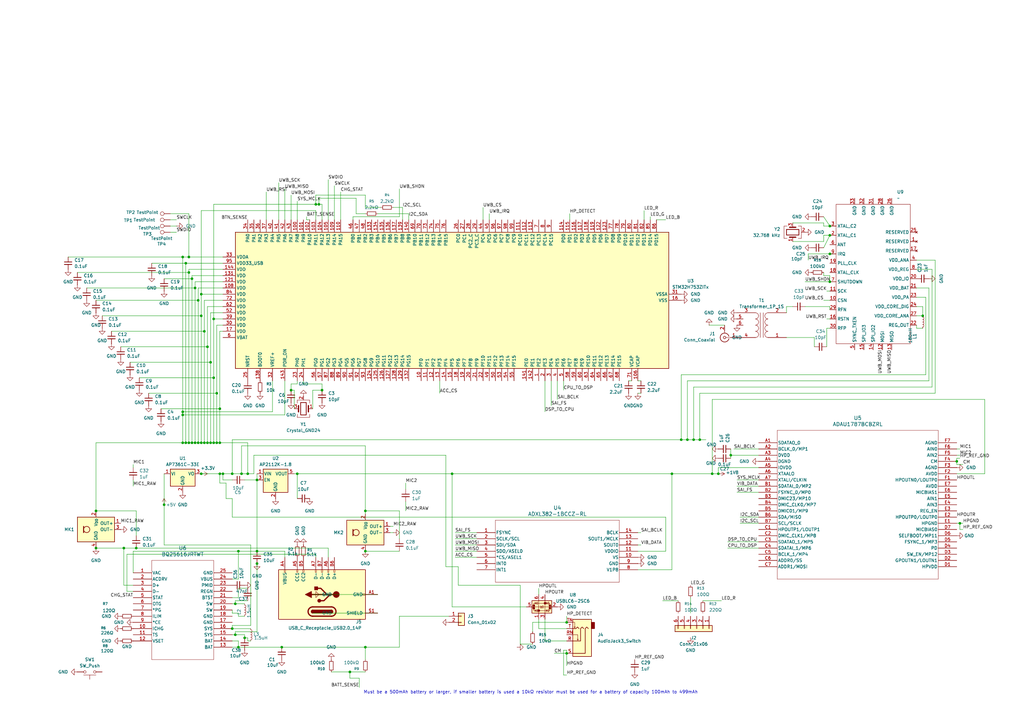
<source format=kicad_sch>
(kicad_sch (version 20250114) (generator "eeschema") (generator_version "9.0")
  (paper "A3")
  (text "Must be a 500mAh battery or larger, if smaller battery is used a 10kΩ resistor must be used for a battery of capacity 100mAh to 499mAh" (at 217.678 283.972 0) (effects (font (size 1.27 1.27))))
  (junction (at 78.74 114.3))
  (junction (at 392.43 189.23))
  (junction (at 55.88 224.79))
  (junction (at 340.36 115.57))
  (junction (at 100.33 261.62))
  (junction (at 149.86 226.06))
  (junction (at 101.6 194.31))
  (junction (at 90.17 181.61))
  (junction (at 82.55 181.61))
  (junction (at 91.44 194.31))
  (junction (at 82.55 194.31))
  (junction (at 83.82 181.61))
  (junction (at 105.41 231.14))
  (junction (at 284.48 180.34))
  (junction (at 74.93 105.41))
  (junction (at 83.82 135.89))
  (junction (at 279.4 180.34))
  (junction (at 378.46 129.54))
  (junction (at 81.28 181.61))
  (junction (at 149.86 265.43))
  (junction (at 105.41 196.85))
  (junction (at 340.36 96.52))
  (junction (at 85.09 142.24))
  (junction (at 77.47 111.76))
  (junction (at 88.9 181.61))
  (junction (at 294.64 194.31))
  (junction (at 275.59 194.31))
  (junction (at 67.31 207.01))
  (junction (at 149.86 209.55))
  (junction (at 74.93 181.61))
  (junction (at 39.37 224.79))
  (junction (at 287.02 180.34))
  (junction (at 393.7 214.63))
  (junction (at 81.28 123.19))
  (junction (at 87.63 154.94))
  (junction (at 87.63 130.81))
  (junction (at 143.51 275.59))
  (junction (at 340.36 92.71))
  (junction (at 105.41 226.06))
  (junction (at 115.57 265.43))
  (junction (at 299.72 186.69))
  (junction (at 99.06 194.31))
  (junction (at 88.9 161.29))
  (junction (at 85.09 181.61))
  (junction (at 97.79 226.06))
  (junction (at 119.38 160.02))
  (junction (at 132.08 160.02))
  (junction (at 80.01 118.11))
  (junction (at 87.63 181.61))
  (junction (at 82.55 129.54))
  (junction (at 78.74 181.61))
  (junction (at 340.36 104.14))
  (junction (at 74.93 170.18))
  (junction (at 97.79 265.43))
  (junction (at 130.81 83.82))
  (junction (at 86.36 148.59))
  (junction (at 281.94 180.34))
  (junction (at 95.25 194.31))
  (junction (at 39.37 209.55))
  (junction (at 185.42 194.31))
  (junction (at 76.2 107.95))
  (junction (at 129.54 83.82))
  (junction (at 90.17 194.31))
  (junction (at 80.01 181.61))
  (junction (at 90.17 167.64))
  (junction (at 77.47 181.61))
  (junction (at 74.93 168.91))
  (junction (at 232.41 267.97))
  (junction (at 86.36 181.61))
  (junction (at 96.52 260.35))
  (junction (at 232.41 255.27))
  (junction (at 77.47 105.41))
  (junction (at 76.2 181.61))
  (junction (at 95.25 257.81))
  (junction (at 96.52 247.65))
  (junction (at 50.8 224.79))
  (junction (at 121.92 194.31))
  (junction (at 292.1 194.31))
  (junction (at 82.55 120.65))
  (wire (pts (xy 163.83 209.55) (xy 149.86 209.55)))
  (wire (pts (xy 337.82 92.71) (xy 340.36 92.71)))
  (wire (pts (xy 124.46 157.48) (xy 132.08 157.48)))
  (wire (pts (xy 261.62 226.06) (xy 273.05 226.06)))
  (wire (pts (xy 186.69 218.44) (xy 195.58 218.44)))
  (wire (pts (xy 182.88 232.41) (xy 182.88 186.69)))
  (wire (pts (xy 105.41 194.31) (xy 105.41 196.85)))
  (wire (pts (xy 223.52 156.21) (xy 223.52 168.91)))
  (wire (pts (xy 279.4 180.34) (xy 281.94 180.34)))
  (wire (pts (xy 52.07 242.57) (xy 54.61 242.57)))
  (wire (pts (xy 99.06 182.88) (xy 149.86 182.88)))
  (wire (pts (xy 105.41 231.14) (xy 105.41 259.08)))
  (wire (pts (xy 85.09 125.73) (xy 85.09 142.24)))
  (wire (pts (xy 154.94 251.46) (xy 128.27 251.46)))
  (wire (pts (xy 121.92 204.47) (xy 121.92 194.31)))
  (wire (pts (xy 392.43 194.31) (xy 403.86 194.31)))
  (wire (pts (xy 262.89 156.21) (xy 261.62 156.21)))
  (wire (pts (xy 83.82 135.89) (xy 83.82 181.61)))
  (wire (pts (xy 382.27 158.75) (xy 382.27 110.49)))
  (wire (pts (xy 91.44 113.03) (xy 78.74 113.03)))
  (wire (pts (xy 57.15 154.94) (xy 87.63 154.94)))
  (wire (pts (xy 147.32 278.13) (xy 143.51 278.13)))
  (wire (pts (xy 382.27 110.49) (xy 375.92 110.49)))
  (wire (pts (xy 163.83 252.73) (xy 163.83 265.43)))
  (wire (pts (xy 394.97 214.63) (xy 393.7 214.63)))
  (wire (pts (xy 339.09 134.62) (xy 340.36 134.62)))
  (wire (pts (xy 149.86 80.01) (xy 129.54 80.01)))
  (wire (pts (xy 116.84 156.21) (xy 116.84 170.18)))
  (wire (pts (xy 52.07 227.33) (xy 52.07 242.57)))
  (wire (pts (xy 392.43 190.5) (xy 392.43 189.23)))
  (wire (pts (xy 223.52 262.89) (xy 223.52 254)))
  (wire (pts (xy 227.33 267.97) (xy 232.41 267.97)))
  (wire (pts (xy 287.02 161.29) (xy 383.54 161.29)))
  (wire (pts (xy 232.41 257.81) (xy 220.98 257.81)))
  (wire (pts (xy 302.26 199.39) (xy 311.15 199.39)))
  (wire (pts (xy 300.99 184.15) (xy 311.15 184.15)))
  (wire (pts (xy 99.06 194.31) (xy 101.6 194.31)))
  (wire (pts (xy 381 118.11) (xy 381 156.21)))
  (wire (pts (xy 91.44 118.11) (xy 81.28 118.11)))
  (wire (pts (xy 109.22 78.74) (xy 109.22 90.17)))
  (wire (pts (xy 81.28 123.19) (xy 81.28 181.61)))
  (wire (pts (xy 129.54 83.82) (xy 130.81 83.82)))
  (wire (pts (xy 95.25 212.09) (xy 95.25 204.47)))
  (wire (pts (xy 337.82 123.19) (xy 340.36 123.19)))
  (wire (pts (xy 82.55 86.36) (xy 129.54 86.36)))
  (wire (pts (xy 330.2 115.57) (xy 340.36 115.57)))
  (wire (pts (xy 100.33 196.85) (xy 105.41 196.85)))
  (wire (pts (xy 281.94 180.34) (xy 284.48 180.34)))
  (wire (pts (xy 163.83 220.98) (xy 163.83 209.55)))
  (wire (pts (xy 101.6 262.89) (xy 102.87 262.89)))
  (wire (pts (xy 121.92 194.31) (xy 185.42 194.31)))
  (wire (pts (xy 91.44 120.65) (xy 82.55 120.65)))
  (wire (pts (xy 39.37 123.19) (xy 81.28 123.19)))
  (wire (pts (xy 69.85 90.17) (xy 72.39 90.17)))
  (wire (pts (xy 298.45 222.25) (xy 311.15 222.25)))
  (wire (pts (xy 81.28 118.11) (xy 81.28 123.19)))
  (wire (pts (xy 82.55 181.61) (xy 83.82 181.61)))
  (wire (pts (xy 341.63 104.14) (xy 340.36 104.14)))
  (wire (pts (xy 96.52 259.08) (xy 96.52 260.35)))
  (wire (pts (xy 394.97 190.5) (xy 392.43 190.5)))
  (wire (pts (xy 273.05 212.09) (xy 95.25 212.09)))
  (wire (pts (xy 165.1 85.09) (xy 161.29 85.09)))
  (wire (pts (xy 80.01 118.11) (xy 80.01 181.61)))
  (wire (pts (xy 165.1 85.09) (xy 165.1 90.17)))
  (wire (pts (xy 330.2 125.73) (xy 340.36 125.73)))
  (wire (pts (xy 232.41 252.73) (xy 232.41 255.27)))
  (wire (pts (xy 77.47 110.49) (xy 77.47 111.76)))
  (wire (pts (xy 180.34 161.29) (xy 180.34 156.21)))
  (wire (pts (xy 86.36 128.27) (xy 86.36 148.59)))
  (wire (pts (xy 91.44 196.85) (xy 95.25 196.85)))
  (wire (pts (xy 232.41 276.86) (xy 231.14 276.86)))
  (wire (pts (xy 337.82 91.44) (xy 337.82 92.71)))
  (wire (pts (xy 266.7 88.9) (xy 266.7 90.17)))
  (wire (pts (xy 121.92 156.21) (xy 121.92 157.48)))
  (wire (pts (xy 60.96 161.29) (xy 88.9 161.29)))
  (wire (pts (xy 378.46 125.73) (xy 378.46 129.54)))
  (wire (pts (xy 337.82 113.03) (xy 340.36 113.03)))
  (wire (pts (xy 337.82 88.9) (xy 340.36 92.71)))
  (wire (pts (xy 337.82 101.6) (xy 340.36 96.52)))
  (wire (pts (xy 298.45 224.79) (xy 311.15 224.79)))
  (wire (pts (xy 233.68 87.63) (xy 233.68 90.17)))
  (wire (pts (xy 100.33 247.65) (xy 96.52 247.65)))
  (wire (pts (xy 128.27 160.02) (xy 132.08 160.02)))
  (wire (pts (xy 403.86 194.31) (xy 403.86 163.83)))
  (wire (pts (xy 161.29 215.9) (xy 160.02 215.9)))
  (wire (pts (xy 69.85 92.71) (xy 72.39 92.71)))
  (wire (pts (xy 95.25 262.89) (xy 97.79 262.89)))
  (wire (pts (xy 228.6 163.83) (xy 228.6 156.21)))
  (wire (pts (xy 292.1 194.31) (xy 294.64 194.31)))
  (wire (pts (xy 101.6 246.38) (xy 96.52 246.38)))
  (wire (pts (xy 90.17 135.89) (xy 90.17 167.64)))
  (wire (pts (xy 275.59 194.31) (xy 292.1 194.31)))
  (wire (pts (xy 149.86 182.88) (xy 149.86 209.55)))
  (wire (pts (xy 81.28 181.61) (xy 82.55 181.61)))
  (wire (pts (xy 105.41 196.85) (xy 105.41 226.06)))
  (wire (pts (xy 149.86 209.55) (xy 149.86 210.82)))
  (wire (pts (xy 83.82 181.61) (xy 85.09 181.61)))
  (wire (pts (xy 102.87 223.52) (xy 102.87 256.54)))
  (wire (pts (xy 87.63 130.81) (xy 87.63 154.94)))
  (wire (pts (xy 80.01 115.57) (xy 80.01 118.11)))
  (wire (pts (xy 85.09 142.24) (xy 85.09 181.61)))
  (wire (pts (xy 54.61 234.95) (xy 54.61 226.06)))
  (wire (pts (xy 87.63 154.94) (xy 87.63 181.61)))
  (wire (pts (xy 322.58 138.43) (xy 334.01 138.43)))
  (wire (pts (xy 257.81 156.21) (xy 259.08 156.21)))
  (wire (pts (xy 262.89 218.44) (xy 261.62 218.44)))
  (wire (pts (xy 322.58 128.27) (xy 322.58 125.73)))
  (wire (pts (xy 213.36 264.16) (xy 213.36 240.03)))
  (wire (pts (xy 105.41 259.08) (xy 96.52 259.08)))
  (wire (pts (xy 149.86 87.63) (xy 146.05 87.63)))
  (wire (pts (xy 111.76 156.21) (xy 111.76 168.91)))
  (wire (pts (xy 340.36 125.73) (xy 340.36 127)))
  (wire (pts (xy 91.44 107.95) (xy 76.2 107.95)))
  (wire (pts (xy 95.25 257.81) (xy 102.87 257.81)))
  (wire (pts (xy 186.69 226.06) (xy 195.58 226.06)))
  (wire (pts (xy 340.36 113.03) (xy 340.36 115.57)))
  (wire (pts (xy 231.14 266.7) (xy 232.41 266.7)))
  (wire (pts (xy 393.7 186.69) (xy 392.43 186.69)))
  (wire (pts (xy 299.72 186.69) (xy 311.15 186.69)))
  (wire (pts (xy 82.55 120.65) (xy 82.55 129.54)))
  (wire (pts (xy 284.48 180.34) (xy 287.02 180.34)))
  (wire (pts (xy 322.58 125.73) (xy 325.12 125.73)))
  (wire (pts (xy 82.55 194.31) (xy 90.17 194.31)))
  (wire (pts (xy 54.61 240.03) (xy 50.8 240.03)))
  (wire (pts (xy 271.78 246.38) (xy 278.13 246.38)))
  (wire (pts (xy 95.25 194.31) (xy 95.25 180.34)))
  (wire (pts (xy 104.14 186.69) (xy 104.14 194.31)))
  (wire (pts (xy 392.43 187.96) (xy 392.43 189.23)))
  (wire (pts (xy 80.01 181.61) (xy 81.28 181.61)))
  (wire (pts (xy 90.17 181.61) (xy 101.6 181.61)))
  (wire (pts (xy 67.31 194.31) (xy 67.31 207.01)))
  (wire (pts (xy 91.44 135.89) (xy 90.17 135.89)))
  (wire (pts (xy 97.79 245.11) (xy 95.25 245.11)))
  (wire (pts (xy 185.42 194.31) (xy 185.42 248.92)))
  (wire (pts (xy 130.81 83.82) (xy 132.08 83.82)))
  (wire (pts (xy 101.6 261.62) (xy 101.6 262.89)))
  (wire (pts (xy 273.05 226.06) (xy 273.05 212.09)))
  (wire (pts (xy 337.82 96.52) (xy 340.36 96.52)))
  (wire (pts (xy 76.2 107.95) (xy 76.2 181.61)))
  (wire (pts (xy 128.27 167.64) (xy 128.27 160.02)))
  (wire (pts (xy 82.55 86.36) (xy 82.55 120.65)))
  (wire (pts (xy 55.88 219.71) (xy 55.88 209.55)))
  (wire (pts (xy 74.93 181.61) (xy 76.2 181.61)))
  (wire (pts (xy 303.53 212.09) (xy 311.15 212.09)))
  (wire (pts (xy 91.44 196.85) (xy 91.44 194.31)))
  (wire (pts (xy 54.61 190.5) (xy 54.61 191.77)))
  (wire (pts (xy 186.69 220.98) (xy 195.58 220.98)))
  (wire (pts (xy 100.33 261.62) (xy 101.6 261.62)))
  (wire (pts (xy 96.52 247.65) (xy 95.25 247.65)))
  (wire (pts (xy 35.56 118.11) (xy 80.01 118.11)))
  (wire (pts (xy 74.93 105.41) (xy 74.93 168.91)))
  (wire (pts (xy 149.86 265.43) (xy 115.57 265.43)))
  (wire (pts (xy 88.9 133.35) (xy 88.9 161.29)))
  (wire (pts (xy 231.14 160.02) (xy 231.14 156.21)))
  (wire (pts (xy 339.09 119.38) (xy 340.36 119.38)))
  (wire (pts (xy 95.25 251.46) (xy 97.79 251.46)))
  (wire (pts (xy 284.48 158.75) (xy 382.27 158.75)))
  (wire (pts (xy 379.73 121.92) (xy 379.73 153.67)))
  (wire (pts (xy 86.36 148.59) (xy 86.36 181.61)))
  (wire (pts (xy 87.63 181.61) (xy 88.9 181.61)))
  (wire (pts (xy 62.23 107.95) (xy 76.2 107.95)))
  (wire (pts (xy 129.54 80.01) (xy 129.54 83.82)))
  (wire (pts (xy 116.84 226.06) (xy 116.84 228.6)))
  (wire (pts (xy 97.79 226.06) (xy 105.41 226.06)))
  (wire (pts (xy 83.82 123.19) (xy 83.82 135.89)))
  (wire (pts (xy 394.97 217.17) (xy 393.7 217.17)))
  (wire (pts (xy 77.47 181.61) (xy 78.74 181.61)))
  (wire (pts (xy 264.16 86.36) (xy 264.16 90.17)))
  (wire (pts (xy 281.94 156.21) (xy 281.94 180.34)))
  (wire (pts (xy 144.78 88.9) (xy 144.78 90.17)))
  (wire (pts (xy 91.44 130.81) (xy 87.63 130.81)))
  (wire (pts (xy 99.06 194.31) (xy 99.06 182.88)))
  (wire (pts (xy 121.92 194.31) (xy 120.65 194.31)))
  (wire (pts (xy 101.6 181.61) (xy 101.6 194.31)))
  (wire (pts (xy 302.26 196.85) (xy 311.15 196.85)))
  (wire (pts (xy 95.25 204.47) (xy 92.71 204.47)))
  (wire (pts (xy 52.07 227.33) (xy 129.54 227.33)))
  (wire (pts (xy 137.16 76.2) (xy 137.16 90.17)))
  (wire (pts (xy 78.74 114.3) (xy 78.74 181.61)))
  (wire (pts (xy 74.93 170.18) (xy 74.93 181.61)))
  (wire (pts (xy 143.51 278.13) (xy 143.51 275.59)))
  (wire (pts (xy 147.32 281.94) (xy 147.32 278.13)))
  (wire (pts (xy 69.85 95.25) (xy 72.39 95.25)))
  (wire (pts (xy 186.69 223.52) (xy 195.58 223.52)))
  (wire (pts (xy 121.92 82.55) (xy 121.92 90.17)))
  (wire (pts (xy 134.62 73.66) (xy 134.62 90.17)))
  (wire (pts (xy 91.44 128.27) (xy 86.36 128.27)))
  (wire (pts (xy 290.83 133.35) (xy 297.18 133.35)))
  (wire (pts (xy 124.46 156.21) (xy 124.46 157.48)))
  (wire (pts (xy 311.15 191.77) (xy 294.64 191.77)))
  (wire (pts (xy 116.84 77.47) (xy 116.84 90.17)))
  (wire (pts (xy 220.98 257.81) (xy 220.98 254)))
  (wire (pts (xy 375.92 134.62) (xy 375.92 133.35)))
  (wire (pts (xy 91.44 194.31) (xy 95.25 194.31)))
  (wire (pts (xy 100.33 260.35) (xy 96.52 260.35)))
  (wire (pts (xy 49.53 142.24) (xy 85.09 142.24)))
  (wire (pts (xy 92.71 204.47) (xy 92.71 198.12)))
  (wire (pts (xy 295.91 246.38) (xy 288.29 246.38)))
  (wire (pts (xy 287.02 180.34) (xy 289.56 180.34)))
  (wire (pts (xy 125.73 90.17) (xy 127 90.17)))
  (wire (pts (xy 95.25 194.31) (xy 99.06 194.31)))
  (wire (pts (xy 101.6 194.31) (xy 104.14 194.31)))
  (wire (pts (xy 55.88 209.55) (xy 39.37 209.55)))
  (wire (pts (xy 45.72 135.89) (xy 83.82 135.89)))
  (wire (pts (xy 161.29 218.44) (xy 160.02 218.44)))
  (wire (pts (xy 92.71 198.12) (xy 90.17 198.12)))
  (wire (pts (xy 187.96 232.41) (xy 182.88 232.41)))
  (wire (pts (xy 97.79 252.73) (xy 97.79 251.46)))
  (wire (pts (xy 393.7 187.96) (xy 392.43 187.96)))
  (wire (pts (xy 200.66 87.63) (xy 200.66 90.17)))
  (wire (pts (xy 67.31 114.3) (xy 78.74 114.3)))
  (wire (pts (xy 115.57 265.43) (xy 97.79 265.43)))
  (wire (pts (xy 100.33 261.62) (xy 100.33 260.35)))
  (wire (pts (xy 383.54 106.68) (xy 375.92 106.68)))
  (wire (pts (xy 287.02 161.29) (xy 287.02 180.34)))
  (wire (pts (xy 125.73 88.9) (xy 125.73 90.17)))
  (wire (pts (xy 132.08 83.82) (xy 132.08 90.17)))
  (wire (pts (xy 55.88 224.79) (xy 134.62 224.79)))
  (wire (pts (xy 403.86 163.83) (xy 292.1 163.83)))
  (wire (pts (xy 149.86 265.43) (xy 149.86 270.51)))
  (wire (pts (xy 167.64 87.63) (xy 167.64 90.17)))
  (wire (pts (xy 96.52 246.38) (xy 96.52 247.65)))
  (wire (pts (xy 299.72 186.69) (xy 299.72 184.15)))
  (wire (pts (xy 139.7 78.74) (xy 139.7 90.17)))
  (wire (pts (xy 339.09 142.24) (xy 339.09 134.62)))
  (wire (pts (xy 393.7 184.15) (xy 392.43 184.15)))
  (wire (pts (xy 187.96 240.03) (xy 187.96 232.41)))
  (wire (pts (xy 154.94 87.63) (xy 167.64 87.63)))
  (wire (pts (xy 129.54 227.33) (xy 129.54 228.6)))
  (wire (pts (xy 102.87 256.54) (xy 95.25 256.54)))
  (wire (pts (xy 50.8 240.03) (xy 50.8 224.79)))
  (wire (pts (xy 284.48 158.75) (xy 284.48 180.34)))
  (wire (pts (xy 66.04 167.64) (xy 90.17 167.64)))
  (wire (pts (xy 90.17 198.12) (xy 90.17 194.31)))
  (wire (pts (xy 182.88 186.69) (xy 104.14 186.69)))
  (wire (pts (xy 88.9 181.61) (xy 90.17 181.61)))
  (wire (pts (xy 218.44 259.08) (xy 218.44 255.27)))
  (wire (pts (xy 232.41 262.89) (xy 223.52 262.89)))
  (wire (pts (xy 91.44 115.57) (xy 80.01 115.57)))
  (wire (pts (xy 292.1 163.83) (xy 292.1 194.31)))
  (wire (pts (xy 78.74 181.61) (xy 80.01 181.61)))
  (wire (pts (xy 375.92 118.11) (xy 381 118.11)))
  (wire (pts (xy 184.15 252.73) (xy 163.83 252.73)))
  (wire (pts (xy 302.26 201.93) (xy 311.15 201.93)))
  (wire (pts (xy 129.54 86.36) (xy 129.54 90.17)))
  (wire (pts (xy 232.41 266.7) (xy 232.41 267.97)))
  (wire (pts (xy 220.98 241.3) (xy 220.98 243.84)))
  (wire (pts (xy 82.55 181.61) (xy 82.55 129.54)))
  (wire (pts (xy 275.59 233.68) (xy 275.59 194.31)))
  (wire (pts (xy 144.78 88.9) (xy 163.83 88.9)))
  (wire (pts (xy 88.9 161.29) (xy 88.9 181.61)))
  (wire (pts (xy 261.62 233.68) (xy 275.59 233.68)))
  (wire (pts (xy 339.09 130.81) (xy 340.36 130.81)))
  (wire (pts (xy 154.94 243.84) (xy 128.27 243.84)))
  (wire (pts (xy 149.86 80.01) (xy 149.86 85.09)))
  (wire (pts (xy 381 156.21) (xy 281.94 156.21)))
  (wire (pts (xy 91.44 133.35) (xy 88.9 133.35)))
  (wire (pts (xy 375.92 129.54) (xy 378.46 129.54)))
  (wire (pts (xy 325.12 99.06) (xy 337.82 99.06)))
  (wire (pts (xy 331.47 106.68) (xy 331.47 104.14)))
  (wire (pts (xy 185.42 194.31) (xy 275.59 194.31)))
  (wire (pts (xy 74.93 168.91) (xy 74.93 170.18)))
  (wire (pts (xy 105.41 226.06) (xy 116.84 226.06)))
  (wire (pts (xy 218.44 264.16) (xy 213.36 264.16)))
  (wire (pts (xy 116.84 170.18) (xy 74.93 170.18)))
  (wire (pts (xy 379.73 153.67) (xy 279.4 153.67)))
  (wire (pts (xy 186.69 228.6) (xy 195.58 228.6)))
  (wire (pts (xy 90.17 167.64) (xy 90.17 181.61)))
  (wire (pts (xy 50.8 224.79) (xy 55.88 224.79)))
  (wire (pts (xy 85.09 181.61) (xy 86.36 181.61)))
  (wire (pts (xy 41.91 129.54) (xy 82.55 129.54)))
  (wire (pts (xy 393.7 217.17) (xy 393.7 214.63)))
  (wire (pts (xy 163.83 265.43) (xy 149.86 265.43)))
  (wire (pts (xy 132.08 157.48) (xy 132.08 160.02)))
  (wire (pts (xy 39.37 181.61) (xy 74.93 181.61)))
  (wire (pts (xy 119.38 157.48) (xy 119.38 160.02)))
  (wire (pts (xy 166.37 198.12) (xy 166.37 200.66)))
  (wire (pts (xy 279.4 153.67) (xy 279.4 180.34)))
  (wire (pts (xy 273.05 90.17) (xy 269.24 90.17)))
  (wire (pts (xy 97.79 241.3) (xy 97.79 245.11)))
  (wire (pts (xy 299.72 187.96) (xy 299.72 186.69)))
  (wire (pts (xy 134.62 224.79) (xy 134.62 228.6)))
  (wire (pts (xy 96.52 260.35) (xy 95.25 260.35)))
  (wire (pts (xy 146.05 81.28) (xy 130.81 81.28)))
  (wire (pts (xy 69.85 87.63) (xy 77.47 87.63)))
  (wire (pts (xy 78.74 113.03) (xy 78.74 114.3)))
  (wire (pts (xy 31.75 111.76) (xy 77.47 111.76)))
  (wire (pts (xy 130.81 81.28) (xy 130.81 83.82)))
  (wire (pts (xy 383.54 106.68) (xy 383.54 161.29)))
  (wire (pts (xy 331.47 104.14) (xy 340.36 104.14)))
  (wire (pts (xy 120.65 167.64) (xy 120.65 160.02)))
  (wire (pts (xy 262.89 223.52) (xy 261.62 223.52)))
  (wire (pts (xy 101.6 241.3) (xy 97.79 241.3)))
  (wire (pts (xy 77.47 105.41) (xy 74.93 105.41)))
  (wire (pts (xy 198.12 85.09) (xy 198.12 90.17)))
  (wire (pts (xy 95.25 256.54) (xy 95.25 257.81)))
  (wire (pts (xy 262.89 161.29) (xy 261.62 161.29)))
  (wire (pts (xy 166.37 209.55) (xy 166.37 205.74)))
  (wire (pts (xy 111.76 168.91) (xy 74.93 168.91)))
  (wire (pts (xy 325.12 91.44) (xy 337.82 91.44)))
  (wire (pts (xy 375.92 125.73) (xy 378.46 125.73)))
  (wire (pts (xy 393.7 214.63) (xy 392.43 214.63)))
  (wire (pts (xy 87.63 83.82) (xy 87.63 130.81)))
  (wire (pts (xy 95.25 250.19) (xy 95.25 251.46)))
  (wire (pts (xy 77.47 111.76) (xy 77.47 181.61)))
  (wire (pts (xy 334.01 138.43) (xy 334.01 142.24)))
  (wire (pts (xy 95.25 180.34) (xy 279.4 180.34)))
  (wire (pts (xy 231.14 276.86) (xy 231.14 266.7)))
  (wire (pts (xy 39.37 209.55) (xy 39.37 181.61)))
  (wire (pts (xy 67.31 207.01) (xy 67.31 223.52)))
  (wire (pts (xy 149.86 275.59) (xy 143.51 275.59)))
  (wire (pts (xy 54.61 199.39) (xy 54.61 196.85)))
  (wire (pts (xy 213.36 240.03) (xy 187.96 240.03)))
  (wire (pts (xy 76.2 181.61) (xy 77.47 181.61)))
  (wire (pts (xy 283.21 245.11) (xy 283.21 251.46)))
  (wire (pts (xy 337.82 99.06) (xy 337.82 96.52)))
  (wire (pts (xy 294.64 191.77) (xy 294.64 194.31)))
  (wire (pts (xy 95.25 237.49) (xy 97.79 237.49)))
  (wire (pts (xy 215.9 248.92) (xy 185.42 248.92)))
  (wire (pts (xy 232.41 273.05) (xy 232.41 267.97)))
  (wire (pts (xy 54.61 226.06) (xy 97.79 226.06)))
  (wire (pts (xy 97.79 226.06) (xy 97.79 237.49)))
  (wire (pts (xy 97.79 262.89) (xy 97.79 265.43)))
  (wire (pts (xy 97.79 265.43) (xy 95.25 265.43)))
  (wire (pts (xy 146.05 87.63) (xy 146.05 81.28)))
  (wire (pts (xy 53.34 148.59) (xy 86.36 148.59)))
  (wire (pts (xy 100.33 252.73) (xy 97.79 252.73)))
  (wire (pts (xy 119.38 80.01) (xy 119.38 90.17)))
  (wire (pts (xy 77.47 87.63) (xy 77.47 105.41)))
  (wire (pts (xy 86.36 181.61) (xy 87.63 181.61)))
  (wire (pts (xy 218.44 255.27) (xy 232.41 255.27)))
  (wire (pts (xy 163.83 226.06) (xy 149.86 226.06)))
  (wire (pts (xy 121.92 157.48) (xy 119.38 157.48)))
  (wire (pts (xy 375.92 121.92) (xy 379.73 121.92)))
  (wire (pts (xy 163.83 77.47) (xy 163.83 88.9)))
  (wire (pts (xy 156.21 85.09) (xy 149.86 85.09)))
  (wire (pts (xy 27.94 105.41) (xy 74.93 105.41)))
  (wire (pts (xy 39.37 224.79) (xy 50.8 224.79)))
  (wire (pts (xy 91.44 125.73) (xy 85.09 125.73)))
  (wire (pts (xy 67.31 223.52) (xy 102.87 223.52)))
  (wire (pts (xy 114.3 74.93) (xy 114.3 90.17)))
  (wire (pts (xy 303.53 214.63) (xy 311.15 214.63)))
  (wire (pts (xy 91.44 110.49) (xy 77.47 110.49)))
  (wire (pts (xy 226.06 166.37) (xy 226.06 156.21)))
  (wire (pts (xy 91.44 105.41) (xy 77.47 105.41)))
  (wire (pts (xy 87.63 83.82) (xy 129.54 83.82)))
  (wire (pts (xy 143.51 275.59) (xy 135.89 275.59)))
  (wire (pts (xy 91.44 123.19) (xy 83.82 123.19)))
  (wire (pts (xy 337.82 111.76) (xy 337.82 113.03)))
  (wire (pts (xy 378.46 134.62) (xy 375.92 134.62)))
  (wire (pts (xy 120.65 160.02) (xy 119.38 160.02)))
  (wire (pts (xy 90.17 194.31) (xy 91.44 194.31)))
  (label "DSP_TO_CPU" (at 223.52 168.91 0))
  (label "HP_REF_GND" (at 260.35 270.51 0))
  (label "UWB_IRQ" (at 200.66 87.63 0))
  (label "HPGND" (at 232.41 273.05 0))
  (label "DSP_TO_CPU" (at 298.45 222.25 0))
  (label "SAI_FS" (at 302.26 201.93 0))
  (label "CPU_TO_DSP" (at 231.14 160.02 0))
  (label "SWCLK" (at 72.39 90.17 0))
  (label "UWB_MOSI" (at 119.38 80.01 0))
  (label "SWDIO" (at 134.62 73.66 0))
  (label "UWB_MISO" (at 116.84 77.47 0))
  (label "CPU_TO_DSP" (at 298.45 224.79 0))
  (label "UWB_CS" (at 198.12 85.09 0))
  (label "SAI_BCLK" (at 228.6 163.83 0))
  (label "UWB_MISO" (at 365.76 143.51 270))
  (label "UWB_MOSI" (at 361.95 143.51 270))
  (label "LED_G" (at 266.7 88.9 0))
  (label "MIC2" (at 393.7 186.69 0))
  (label "UWB_SCK" (at 186.69 220.98 0))
  (label "MIC1_RAW" (at 49.53 214.63 0))
  (label "MIC2_RAW" (at 166.37 209.55 0))
  (label "CHG_STAT" (at 54.61 245.11 180))
  (label "SWCLK" (at 137.16 76.2 0))
  (label "I2C_SDA" (at 167.64 88.9 0))
  (label "SYS_MCLK" (at 121.92 82.55 0))
  (label "SAI_BCLK" (at 300.99 184.15 0))
  (label "BATT_SENSE" (at 125.73 88.9 0))
  (label "UWB_RST" (at 109.22 78.74 0))
  (label "I2C_SDA" (at 303.53 212.09 0))
  (label "" (at 125.7295 194.31 0))
  (label "HPOUTL" (at 220.98 241.3 0))
  (label "MIC2_RAW" (at 161.29 215.9 0))
  (label "HPGND" (at 394.97 214.63 0))
  (label "LED_R" (at 264.16 86.36 0))
  (label "VIB_DATA" (at 302.26 199.39 0))
  (label "CM" (at 227.33 267.97 0))
  (label "HP_DETECT" (at 233.68 87.63 0))
  (label "UWB_MISO" (at 186.69 226.06 0))
  (label "MIC1" (at 393.7 184.15 0))
  (label "LED_G" (at 283.21 240.03 0))
  (label "UWB_CS" (at 337.82 123.19 180))
  (label "UWB_RST" (at 339.09 130.81 180))
  (label "I2C_SCL" (at 303.53 214.63 0))
  (label "MIC1_RAW" (at 54.61 199.39 0))
  (label "UWB_SHDN" (at 163.83 77.47 0))
  (label "LED_B" (at 273.05 90.17 0))
  (label "BATT_SENSE" (at 147.32 281.94 180))
  (label "HP_REF_GND" (at 232.41 276.86 0))
  (label "I2C_SCL" (at 165.1 85.09 0))
  (label "ACC_CS" (at 180.34 161.29 0))
  (label "SYS_MCLK" (at 302.26 196.85 0))
  (label "HP_REF_GND" (at 394.97 217.17 0))
  (label "UWB_MOSI" (at 186.69 223.52 0))
  (label "HP_REF_GND" (at 393.7 187.96 0))
  (label "SWDIO" (at 72.39 95.25 0))
  (label "SAI_BCLK" (at 262.89 218.44 0))
  (label "SAI_FS" (at 186.69 218.44 0))
  (label "HPOUTR" (at 392.43 212.09 0))
  (label "BTN_SENSE" (at 101.6 90.17 180))
  (label "LED_B" (at 271.78 246.38 0))
  (label "ACC_CS" (at 186.69 228.6 0))
  (label "HP_DETECT" (at 232.41 252.73 0))
  (label "CM" (at 394.97 190.5 0))
  (label "HPOUTR" (at 223.52 243.84 0))
  (label "UWB_SCK" (at 114.3 74.93 0))
  (label "LED_R" (at 295.91 246.38 0))
  (label "SAI_FS" (at 226.06 166.37 0))
  (label "UWB_SHDN" (at 330.2 115.57 0))
  (label "VIB_DATA" (at 262.89 223.52 0))
  (label "MIC2" (at 166.37 198.12 0))
  (label "HPOUTL" (at 392.43 196.85 0))
  (label "MIC1" (at 54.61 190.5 0))
  (label "UWB_SCK" (at 339.09 119.38 180))
  (label "UWB_IRQ" (at 331.47 106.68 0))
  (label "CHG_STAT" (at 139.7 78.74 0))
  (symbol (lib_id "power:GND") (at 100.33 240.03 90) (unit 1)
    (property "Reference" "#PWR053" (effects (hide yes)))
    (property "Value" "GND" (at 105.41 240.03 0))
    (property "Description" "Power symbol creates a global label with name \"GND\" , ground" (effects (hide yes)))
  )
  (symbol (lib_id "power:GND") (at 31.75 116.84 0) (unit 1)
    (property "Reference" "#PWR025" (effects (hide yes)))
    (property "Value" "GND" (at 31.75 121.92 0))
    (property "Description" "Power symbol creates a global label with name \"GND\" , ground" (effects (hide yes)))
  )
  (symbol (lib_id "Connector:TestPoint") (at 69.85 92.71 90) (unit 1)
    (property "Reference" "TP3" (at 60.452 96.012 90))
    (property "Value" "TestPoint" (at 61.214 93.472 90))
    (property "Footprint" "TestPoint:TestPoint_Pad_1.0x1.0mm" (effects (hide yes)))
    (property "Description" "test point" (effects (hide yes)))
  )
  (symbol (lib_id "power:GND") (at 45.72 140.97 0) (unit 1)
    (property "Reference" "#PWR021" (effects (hide yes)))
    (property "Value" "GND" (at 45.72 146.05 0))
    (property "Description" "Power symbol creates a global label with name \"GND\" , ground" (effects (hide yes)))
  )
  (symbol (lib_id "Device:R_Small") (at 124.46 226.06 0) (unit 1)
    (property "Reference" "R1" (at 125.984 225.552 0) (effects (font (size 1.016 1.016)) (justify left)))
    (property "Value" "5.1k" (at 125.73 227.33 0) (effects (justify left)))
    (property "Footprint" "Resistor_SMD:R_0402_1005Metric" (effects (hide yes)))
    (property "Description" "Resistor, small symbol" (effects (hide yes)))
  )
  (symbol (lib_id "power:GND") (at 283.21 261.62 0) (unit 1)
    (property "Reference" "#PWR059" (effects (hide yes)))
    (property "Value" "GND" (at 283.21 266.7 0))
    (property "Description" "Power symbol creates a global label with name \"GND\" , ground" (effects (hide yes)))
  )
  (symbol (lib_id "power:GND") (at 294.64 187.96 270) (unit 1)
    (property "Reference" "#PWR046" (effects (hide yes)))
    (property "Value" "GND" (at 293.624 189.992 90) (effects (justify right)))
    (property "Description" "Power symbol creates a global label with name \"GND\" , ground" (effects (hide yes)))
  )
  (symbol (lib_id "power:GND") (at 54.61 255.27 270) (unit 1)
    (property "Reference" "#PWR066" (effects (hide yes)))
    (property "Value" "GND" (at 50.8 255.2699 90) (effects (justify right)))
    (property "Description" "Power symbol creates a global label with name \"GND\" , ground" (effects (hide yes)))
  )
  (symbol (lib_id "power:GND") (at 115.57 270.51 0) (unit 1)
    (property "Reference" "#PWR013" (effects (hide yes)))
    (property "Value" "GND" (at 115.57 275.59 0))
    (property "Description" "Power symbol creates a global label with name \"GND\" , ground" (effects (hide yes)))
  )
  (symbol (lib_id "Connector_Generic:Conn_01x06") (at 285.75 257.81 270) (unit 1)
    (property "Reference" "J2" (at 284.48 261.62 90))
    (property "Value" "Conn_01x06" (at 284.48 264.16 90))
    (property "Description" "Generic connector, single row, 01x06, script generated (kicad-library-utils/schlib/autogen/connector/)" (effects (hide yes)))
  )
  (symbol (lib_id "power:GND") (at 60.96 166.37 0) (unit 1)
    (property "Reference" "#PWR017" (effects (hide yes)))
    (property "Value" "GND" (at 60.96 171.45 0))
    (property "Description" "Power symbol creates a global label with name \"GND\" , ground" (effects (hide yes)))
  )
  (symbol (lib_id "Device:C_Small") (at 163.83 223.52 0) (unit 1)
    (property "Reference" "C28" (at 166.37 222.2562 0) (effects (justify left)))
    (property "Value" "0.1uF" (at 166.37 224.7962 0) (effects (justify left)))
    (property "Footprint" "Capacitor_SMD:C_0402_1005Metric" (effects (hide yes)))
    (property "Description" "Unpolarized capacitor, small symbol" (effects (hide yes)))
  )
  (symbol (lib_id "Device:R_Small") (at 152.4 87.63 90) (unit 1)
    (property "Reference" "R5" (at 152.4 82.55 90) (effects (font (size 1.016 1.016))))
    (property "Value" "2.2kΩ" (at 152.4 85.09 90))
    (property "Footprint" "Resistor_SMD:R_0402_1005Metric" (effects (hide yes)))
    (property "Description" "Resistor, small symbol" (effects (hide yes)))
  )
  (symbol (lib_id "Device:C_Small") (at 132.08 162.56 0) (unit 1)
    (property "Reference" "C3" (at 134.62 161.2962 0) (effects (justify left)))
    (property "Value" "10pF" (at 134.62 163.8362 0) (effects (justify left)))
    (property "Footprint" "Capacitor_SMD:C_0402_1005Metric" (effects (hide yes)))
    (property "Description" "Unpolarized capacitor, small symbol" (effects (hide yes)))
  )
  (symbol (lib_id "power:GND") (at 106.68 161.29 0) (unit 1)
    (property "Reference" "#PWR015" (effects (hide yes)))
    (property "Value" "GND" (at 106.68 166.37 0))
    (property "Description" "Power symbol creates a global label with name \"GND\" , ground" (effects (hide yes)))
  )
  (symbol (lib_id "Device:C_Small") (at 41.91 132.08 0) (unit 1)
    (property "Reference" "C13" (at 44.45 130.8162 0) (effects (justify left)))
    (property "Value" "0.1uF" (at 44.45 133.3562 0) (effects (justify left)))
    (property "Footprint" "Capacitor_SMD:C_0402_1005Metric" (effects (hide yes)))
    (property "Description" "Unpolarized capacitor, small symbol" (effects (hide yes)))
  )
  (symbol (lib_id "power:GND") (at 39.37 128.27 0) (unit 1)
    (property "Reference" "#PWR023" (effects (hide yes)))
    (property "Value" "GND" (at 39.37 133.35 0))
    (property "Description" "Power symbol creates a global label with name \"GND\" , ground" (effects (hide yes)))
  )
  (symbol (lib_id "Device:C_Small") (at 97.79 196.85 270) (unit 1)
    (property "Reference" "C5" (at 97.536 201.93 90))
    (property "Value" "10uF" (at 97.79 200.152 90))
    (property "Footprint" "Capacitor_SMD:C_0402_1005Metric" (effects (hide yes)))
    (property "Description" "Unpolarized capacitor, small symbol" (effects (hide yes)))
  )
  (symbol (lib_id "power:GND") (at 128.27 251.46 90) (unit 1)
    (property "Reference" "#PWR03" (effects (hide yes)))
    (property "Value" "GND" (at 132.08 251.4599 90) (effects (justify right)))
    (property "Description" "Power symbol creates a global label with name \"GND\" , ground" (effects (hide yes)))
  )
  (symbol (lib_id "Device:R_Small") (at 135.89 273.05 180) (unit 1)
    (property "Reference" "R10" (at 133.35 274.3201 0) (effects (font (size 1.016 1.016)) (justify left)))
    (property "Value" "100kΩ" (at 133.35 271.7801 0) (effects (justify left)))
    (property "Footprint" "Resistor_SMD:R_0402_1005Metric" (effects (hide yes)))
    (property "Description" "Resistor, small symbol" (effects (hide yes)))
  )
  (symbol (lib_id "power:GND") (at 332.74 88.9 270) (unit 1)
    (property "Reference" "#PWR043" (effects (hide yes)))
    (property "Value" "GND" (at 328.93 88.8999 90) (effects (justify right)))
    (property "Description" "Power symbol creates a global label with name \"GND\" , ground" (effects (hide yes)))
  )
  (symbol (lib_id "Connector:TestPoint") (at 69.85 87.63 90) (unit 1)
    (property "Reference" "TP1" (at 52.578 90.424 90))
    (property "Value" "TestPoint" (at 60.452 87.122 90))
    (property "Footprint" "TestPoint:TestPoint_Pad_1.0x1.0mm" (effects (hide yes)))
    (property "Description" "test point" (effects (hide yes)))
  )
  (symbol (lib_id "Device:C_Small") (at 55.88 222.25 0) (unit 1)
    (property "Reference" "C31" (at 58.42 220.9862 0) (effects (justify left)))
    (property "Value" "0.1uF" (at 58.42 223.5262 0) (effects (justify left)))
    (property "Footprint" "Capacitor_SMD:C_0402_1005Metric" (effects (hide yes)))
    (property "Description" "Unpolarized capacitor, small symbol" (effects (hide yes)))
  )
  (symbol (lib_id "power:GND") (at 124.46 162.56 180) (unit 1)
    (property "Reference" "#PWR048" (effects (hide yes)))
    (property "Value" "GND" (at 124.46 157.48 0))
    (property "Description" "Power symbol creates a global label with name \"GND\" , ground" (effects (hide yes)))
  )
  (symbol (lib_id "Power_Protection:USBLC6-2SC6") (at 220.98 248.92 90) (unit 1)
    (property "Reference" "U8" (at 234.95 243.9668 90))
    (property "Value" "USBLC6-2SC6" (at 234.95 246.5068 90))
    (property "Footprint" "Package_TO_SOT_SMD:SOT-23-6" (effects (hide yes)))
    (property "Datasheet" "https://www.st.com/resource/en/datasheet/usblc6-2.pdf" (effects (hide yes)))
    (property "Description" "Very low capacitance ESD protection diode, 2 data-line, SOT-23-6" (effects (hide yes)))
  )
  (symbol (lib_id "Device:Crystal_GND24") (at 325.12 95.25 90) (unit 1)
    (property "Reference" "Y2" (at 320.04 93.9799 90) (effects (justify left)))
    (property "Value" "32.768 kHz" (at 320.04 96.5199 90) (effects (justify left)))
    (property "Footprint" "Crystal:Crystal_SMD_3225-4Pin_3.2x2.5mm" (effects (hide yes)))
    (property "Description" "Four pin crystal, GND on pins 2 and 4" (effects (hide yes)))
    (property private "KLC_S3.3" "The rectangle is not a symbol body but a graphical element" (effects (hide yes)))
    (property private "KLC_S4.1" "Some pins are on 50mil grid to make the symbol small" (effects (hide yes)))
  )
  (symbol (lib_id "power:GND") (at 261.62 161.29 0) (unit 1)
    (property "Reference" "#PWR031" (effects (hide yes)))
    (property "Value" "GND" (at 261.62 166.37 0))
    (property "Description" "Power symbol creates a global label with name \"GND\" , ground" (effects (hide yes)))
  )
  (symbol (lib_id "Device:C_Small") (at 97.79 240.03 90) (unit 1)
    (property "Reference" "C36" (at 96.5262 237.49 0) (effects (justify left)))
    (property "Value" "10uF" (at 99.0662 237.49 0) (effects (justify left)))
    (property "Footprint" "Capacitor_SMD:C_0402_1005Metric" (effects (hide yes)))
    (property "Description" "Unpolarized capacitor, small symbol" (effects (hide yes)))
  )
  (symbol (lib_id "power:GND") (at 257.81 161.29 0) (unit 1)
    (property "Reference" "#PWR030" (effects (hide yes)))
    (property "Value" "GND" (at 257.81 166.37 0))
    (property "Description" "Power symbol creates a global label with name \"GND\" , ground" (effects (hide yes)))
  )
  (symbol (lib_id "power:GND") (at 311.15 189.23 270) (unit 1)
    (property "Reference" "#PWR037" (effects (hide yes)))
    (property "Value" "GND" (at 307.34 189.2299 90) (effects (justify right)))
    (property "Description" "Power symbol creates a global label with name \"GND\" , ground" (effects (hide yes)))
  )
  (symbol (lib_id "power:GND") (at 119.38 165.1 0) (unit 1)
    (property "Reference" "#PWR033" (effects (hide yes)))
    (property "Value" "GND" (at 119.38 170.18 0))
    (property "Description" "Power symbol creates a global label with name \"GND\" , ground" (effects (hide yes)))
  )
  (symbol (lib_id "power:GND") (at 121.92 223.52 180) (unit 1)
    (property "Reference" "#PWR01" (effects (hide yes)))
    (property "Value" "GND" (at 121.9199 219.71 90) (effects (justify right)))
    (property "Description" "Power symbol creates a global label with name \"GND\" , ground" (effects (hide yes)))
  )
  (symbol (lib_id "Device:L_Small") (at 102.87 260.35 0) (unit 1)
    (property "Reference" "L3" (at 103.886 260.096 0) (effects (justify left)))
    (property "Value" "1.5uH" (at 104.14 261.6199 0) (effects (justify left)))
    (property "Footprint" "Inductor_SMD:L_0603_1608Metric" (effects (hide yes)))
    (property "Description" "Inductor, small symbol" (effects (hide yes)))
  )
  (symbol (lib_id "Device:C_Small") (at 115.57 267.97 180) (unit 1)
    (property "Reference" "C1" (at 110.236 270.51 0) (effects (justify right)))
    (property "Value" "10uF" (at 109.474 272.796 0) (effects (justify right)))
    (property "Description" "Unpolarized capacitor, small symbol" (effects (hide yes)))
  )
  (symbol (lib_id "Device:R_Small") (at 158.75 85.09 90) (unit 1)
    (property "Reference" "R4" (at 158.75 80.01 90) (effects (font (size 1.016 1.016))))
    (property "Value" "2.2kΩ" (at 158.75 82.55 90))
    (property "Footprint" "Resistor_SMD:R_0402_1005Metric" (effects (hide yes)))
    (property "Description" "Resistor, small symbol" (effects (hide yes)))
  )
  (symbol (lib_id "Device:C_Small") (at 27.94 107.95 0) (unit 1)
    (property "Reference" "C17" (at 30.48 106.6862 0) (effects (justify left)))
    (property "Value" "0.1uF" (at 30.48 109.2262 0) (effects (justify left)))
    (property "Footprint" "Capacitor_SMD:C_0402_1005Metric" (effects (hide yes)))
    (property "Description" "Unpolarized capacitor, small symbol" (effects (hide yes)))
  )
  (symbol (lib_id "power:GND") (at 260.35 275.59 0) (unit 1)
    (property "Reference" "#PWR039" (effects (hide yes)))
    (property "Value" "GND" (at 260.35 280.67 0))
    (property "Description" "Power symbol creates a global label with name \"GND\" , ground" (effects (hide yes)))
  )
  (symbol (lib_id "Device:L_Small") (at 100.33 250.19 0) (unit 1)
    (property "Reference" "L2" (at 98.044 252.222 90) (effects (justify left)))
    (property "Value" "1.5uH" (at 102.108 253.492 90) (effects (justify left)))
    (property "Footprint" "Inductor_SMD:L_0603_1608Metric" (effects (hide yes)))
    (property "Description" "Inductor, small symbol" (effects (hide yes)))
  )
  (symbol (lib_id "power:GND") (at 100.33 266.7 0) (unit 1)
    (property "Reference" "#PWR055" (effects (hide yes)))
    (property "Value" "GND" (at 100.33 271.78 0))
    (property "Description" "Power symbol creates a global label with name \"GND\" , ground" (effects (hide yes)))
  )
  (symbol (lib_id "Device:C_Small") (at 335.28 101.6 90) (unit 1)
    (property "Reference" "C25" (at 328.422 104.14 90))
    (property "Value" "10pF" (at 326.898 106.172 90))
    (property "Footprint" "Capacitor_SMD:C_0402_1005Metric" (effects (hide yes)))
    (property "Description" "Unpolarized capacitor, small symbol" (effects (hide yes)))
  )
  (symbol (lib_id "power:GND") (at 184.15 255.27 270) (unit 1)
    (property "Reference" "#PWR054" (effects (hide yes)))
    (property "Value" "GND" (effects (hide yes)))
    (property "Description" "Power symbol creates a global label with name \"GND\" , ground" (effects (hide yes)))
  )
  (symbol (lib_id "power:GND") (at 332.74 111.76 270) (unit 1)
    (property "Reference" "#PWR041" (effects (hide yes)))
    (property "Value" "GND" (at 328.93 111.7599 90) (effects (justify right)))
    (property "Description" "Power symbol creates a global label with name \"GND\" , ground" (effects (hide yes)))
  )
  (symbol (lib_id "Device:Transformer_1P_1S") (at 312.42 133.35 180) (unit 1)
    (property "Reference" "T1" (at 312.4073 123.19 0))
    (property "Value" "Transformer_1P_1S" (at 312.4073 125.73 0))
    (property "Footprint" "RF_Converter:Balun_Johanson_1.6x0.8mm" (effects (hide yes)))
    (property "Description" "Transformer, single primary, single secondary" (effects (hide yes)))
  )
  (symbol (lib_id "power:GND") (at 161.29 218.44 90) (unit 1)
    (property "Reference" "#PWR049" (effects (hide yes)))
    (property "Value" "GND" (at 165.1 218.4399 90) (effects (justify right)))
    (property "Description" "Power symbol creates a global label with name \"GND\" , ground" (effects (hide yes)))
  )
  (symbol (lib_id "Device:C_Small") (at 336.55 142.24 270) (unit 1)
    (property "Reference" "C34" (at 336.5436 135.89 90))
    (property "Value" "10pF" (at 336.5436 138.43 90))
    (property "Footprint" "Capacitor_SMD:C_0402_1005Metric" (effects (hide yes)))
    (property "Description" "Unpolarized capacitor, small symbol" (effects (hide yes)))
  )
  (symbol (lib_id "ADXL382:ADXL382-1BCCZ-RL") (at 195.58 218.44 0) (unit 1)
    (property "Reference" "U4" (at 228.6 208.28 0) (effects (font (size 1.524 1.524))))
    (property "Value" "ADXL382-1BCCZ-RL" (at 228.6 210.82 0) (effects (font (size 1.524 1.524))))
    (property "Footprint" "ANC_Parts:ADXL382_Ultralib" (effects (hide yes)))
    (property "Datasheet" "ADXL382-1BCCZ-RL" (effects (hide yes)))
  )
  (symbol (lib_id "power:GND") (at 49.53 257.81 270) (unit 1)
    (property "Reference" "#PWR065" (effects (hide yes)))
    (property "Value" "GND" (at 54.102 265.1759 90) (effects (justify right)))
    (property "Description" "Power symbol creates a global label with name \"GND\" , ground" (effects (hide yes)))
  )
  (symbol (lib_id "power:GND") (at 135.89 270.51 180) (unit 1)
    (property "Reference" "#PWR056" (effects (hide yes)))
    (property "Value" "GND" (at 135.89 265.43 0))
    (property "Description" "Power symbol creates a global label with name \"GND\" , ground" (effects (hide yes)))
  )
  (symbol (lib_id "Connector_Generic:Conn_01x02") (at 189.23 252.73 0) (unit 1)
    (property "Reference" "J3" (at 191.77 252.7299 0) (effects (justify left)))
    (property "Value" "Conn_01x02" (at 191.77 255.2699 0) (effects (justify left)))
    (property "Footprint" "Connector_PinHeader_2.00mm:PinHeader_1x02_P2.00mm_Vertical" (effects (hide yes)))
    (property "Description" "Generic connector, single row, 01x02, script generated (kicad-library-utils/schlib/autogen/connector/)" (effects (hide yes)))
  )
  (symbol (lib_id "Device:R_Small") (at 278.13 248.92 180) (unit 1)
    (property "Reference" "R14" (at 280.67 247.6499 0) (effects (font (size 1.016 1.016)) (justify right)))
    (property "Value" "100Ω" (at 280.67 250.1899 0) (effects (justify right)))
    (property "Footprint" "Resistor_SMD:R_0402_1005Metric" (effects (hide yes)))
    (property "Description" "Resistor, small symbol" (effects (hide yes)))
  )
  (symbol (lib_id "power:GND") (at 41.91 134.62 0) (unit 1)
    (property "Reference" "#PWR022" (effects (hide yes)))
    (property "Value" "GND" (at 41.91 139.7 0))
    (property "Description" "Power symbol creates a global label with name \"GND\" , ground" (effects (hide yes)))
  )
  (symbol (lib_id "Device:C_Small") (at 60.96 163.83 0) (unit 1)
    (property "Reference" "C8" (at 63.5 162.5662 0) (effects (justify left)))
    (property "Value" "0.1uF" (at 63.5 165.1062 0) (effects (justify left)))
    (property "Footprint" "Capacitor_SMD:C_0402_1005Metric" (effects (hide yes)))
    (property "Description" "Unpolarized capacitor, small symbol" (effects (hide yes)))
  )
  (symbol (lib_id "Device:C_Small") (at 31.75 114.3 0) (unit 1)
    (property "Reference" "C16" (at 34.29 113.0362 0) (effects (justify left)))
    (property "Value" "0.1uF" (at 34.29 115.5762 0) (effects (justify left)))
    (property "Footprint" "Capacitor_SMD:C_0402_1005Metric" (effects (hide yes)))
    (property "Description" "Unpolarized capacitor, small symbol" (effects (hide yes)))
  )
  (symbol (lib_id "Device:C_Small") (at 262.89 158.75 0) (unit 1)
    (property "Reference" "C22" (at 265.43 157.4862 0) (effects (justify left)))
    (property "Value" "2.2uF" (at 265.43 160.0262 0) (effects (justify left)))
    (property "Footprint" "Capacitor_SMD:C_0402_1005Metric" (effects (hide yes)))
    (property "Description" "Unpolarized capacitor, small symbol" (effects (hide yes)))
  )
  (symbol (lib_id "power:GND") (at 113.03 204.47 0) (unit 1)
    (property "Reference" "#PWR07" (effects (hide yes)))
    (property "Value" "GND" (at 113.03 209.55 0))
    (property "Description" "Power symbol creates a global label with name \"GND\" , ground" (effects (hide yes)))
  )
  (symbol (lib_id "Device:R_Small") (at 106.68 158.75 0) (unit 1)
    (property "Reference" "R3" (at 109.22 157.4799 0) (effects (font (size 1.016 1.016)) (justify left)))
    (property "Value" "10k" (at 109.22 160.0199 0) (effects (justify left)))
    (property "Footprint" "Resistor_SMD:R_0402_1005Metric" (effects (hide yes)))
    (property "Description" "Resistor, small symbol" (effects (hide yes)))
  )
  (symbol (lib_id "power:GND") (at 290.83 133.35 180) (unit 1)
    (property "Reference" "#PWR061" (effects (hide yes)))
    (property "Value" "GND" (at 290.83 128.27 0))
    (property "Description" "Power symbol creates a global label with name \"GND\" , ground" (effects (hide yes)))
  )
  (symbol (lib_id "power:GND") (at 72.39 92.71 90) (unit 1)
    (property "Reference" "#PWR035" (effects (hide yes)))
    (property "Value" "GND" (at 76.2 92.7099 90) (effects (justify right)))
    (property "Description" "Power symbol creates a global label with name \"GND\" , ground" (effects (hide yes)))
  )
  (symbol (lib_id "power:GND") (at 74.93 201.93 0) (unit 1)
    (property "Reference" "#PWR06" (effects (hide yes)))
    (property "Value" "GND" (at 74.93 207.01 0))
    (property "Description" "Power symbol creates a global label with name \"GND\" , ground" (effects (hide yes)))
  )
  (symbol (lib_id "power:+1V8") (at 294.64 194.31 270) (unit 1)
    (property "Reference" "#PWR08" (effects (hide yes)))
    (property "Value" "+1V8" (at 297.688 193.802 90) (effects (justify left)))
    (property "Description" "Power symbol creates a global label with name \"+1V8\"" (effects (hide yes)))
  )
  (symbol (lib_id "Device:C_Small") (at 66.04 170.18 0) (unit 1)
    (property "Reference" "C4" (at 68.58 168.9162 0) (effects (justify left)))
    (property "Value" "0.1uF" (at 68.58 171.4562 0) (effects (justify left)))
    (property "Footprint" "Capacitor_SMD:C_0402_1005Metric" (effects (hide yes)))
    (property "Description" "Unpolarized capacitor, small symbol" (effects (hide yes)))
  )
  (symbol (lib_id "power:GND") (at 332.74 101.6 270) (unit 1)
    (property "Reference" "#PWR044" (effects (hide yes)))
    (property "Value" "GND" (at 328.93 101.5999 90) (effects (justify right)))
    (property "Description" "Power symbol creates a global label with name \"GND\" , ground" (effects (hide yes)))
  )
  (symbol (lib_id "Connector:TestPoint") (at 69.85 90.17 90) (unit 1)
    (property "Reference" "TP2" (at 53.594 87.122 90))
    (property "Value" "TestPoint" (at 59.182 90.17 90))
    (property "Footprint" "TestPoint:TestPoint_Pad_1.0x1.0mm" (effects (hide yes)))
    (property "Description" "test point" (effects (hide yes)))
  )
  (symbol (lib_id "Device:R_Small") (at 218.44 261.62 0) (unit 1)
    (property "Reference" "R15" (at 220.98 260.3499 0) (effects (font (size 1.016 1.016)) (justify left)))
    (property "Value" "10kΩ" (at 220.98 262.8899 0) (effects (justify left)))
    (property "Footprint" "Resistor_SMD:R_0402_1005Metric" (effects (hide yes)))
    (property "Description" "Resistor, small symbol" (effects (hide yes)))
  )
  (symbol (lib_id "power:GND") (at 35.56 123.19 0) (unit 1)
    (property "Reference" "#PWR024" (effects (hide yes)))
    (property "Value" "GND" (at 35.56 128.27 0))
    (property "Description" "Power symbol creates a global label with name \"GND\" , ground" (effects (hide yes)))
  )
  (symbol (lib_id "power:GND") (at 302.26 128.27 270) (unit 1)
    (property "Reference" "#PWR060" (effects (hide yes)))
    (property "Value" "GND" (at 298.45 128.2699 90) (effects (justify right)))
    (property "Description" "Power symbol creates a global label with name \"GND\" , ground" (effects (hide yes)))
  )
  (symbol (lib_id "Device:C_Small") (at 166.37 203.2 0) (unit 1)
    (property "Reference" "C30" (at 168.91 201.9362 0) (effects (justify left)))
    (property "Value" "1uF" (at 168.91 204.4762 0) (effects (justify left)))
    (property "Footprint" "Capacitor_SMD:C_0402_1005Metric" (effects (hide yes)))
    (property "Description" "Unpolarized capacitor, small symbol" (effects (hide yes)))
  )
  (symbol (lib_id "MCU_ST_STM32H7:STM32H753ZITx") (at 185.42 123.19 90) (unit 1)
    (property "Reference" "U3" (at 283.21 115.2046 90))
    (property "Value" "STM32H753ZITx" (at 283.21 117.7446 90))
    (property "Footprint" "Package_QFP:LQFP-144_20x20mm_P0.5mm" (effects (hide yes)))
    (property "Datasheet" "https://www.st.com/resource/en/datasheet/stm32h753zi.pdf" (effects (hide yes)))
    (property "Description" "STMicroelectronics Arm Cortex-M7 MCU, 2048KB flash, 1024KB RAM, 480 MHz, 1.62-3.6V, 114 GPIO, LQFP144" (effects (hide yes)))
  )
  (symbol (lib_id "Device:C_Small") (at 53.34 151.13 0) (unit 1)
    (property "Reference" "C10" (at 55.88 149.8662 0) (effects (justify left)))
    (property "Value" "0.1uF" (at 55.88 152.4062 0) (effects (justify left)))
    (property "Footprint" "Capacitor_SMD:C_0402_1005Metric" (effects (hide yes)))
    (property "Description" "Unpolarized capacitor, small symbol" (effects (hide yes)))
  )
  (symbol (lib_id "power:GND") (at 302.26 133.35 0) (unit 1)
    (property "Reference" "#PWR063" (effects (hide yes)))
    (property "Value" "GND" (at 302.26 138.43 0))
    (property "Description" "Power symbol creates a global label with name \"GND\" , ground" (effects (hide yes)))
  )
  (symbol (lib_id "power:GND") (at 124.46 223.52 180) (unit 1)
    (property "Reference" "#PWR02" (effects (hide yes)))
    (property "Value" "GND" (at 124.4599 219.71 90) (effects (justify right)))
    (property "Description" "Power symbol creates a global label with name \"GND\" , ground" (effects (hide yes)))
  )
  (symbol (lib_id "Device:C_Small") (at 297.18 184.15 270) (mirror x) (unit 1)
    (property "Reference" "C26" (at 298.4438 181.61 0) (effects (justify left)))
    (property "Value" "1uF" (at 295.9038 181.61 0) (effects (justify left)))
    (property "Footprint" "Capacitor_SMD:C_0402_1005Metric" (effects (hide yes)))
    (property "Description" "Unpolarized capacitor, small symbol" (effects (hide yes)))
  )
  (symbol (lib_id "Device:C_Small") (at 39.37 125.73 0) (unit 1)
    (property "Reference" "C14" (at 41.91 124.4662 0) (effects (justify left)))
    (property "Value" "0.1uF" (at 41.91 127.0062 0) (effects (justify left)))
    (property "Footprint" "Capacitor_SMD:C_0402_1005Metric" (effects (hide yes)))
    (property "Description" "Unpolarized capacitor, small symbol" (effects (hide yes)))
  )
  (symbol (lib_id "Device:C_Small") (at 100.33 264.16 180) (unit 1)
    (property "Reference" "C38" (at 94.996 266.7 0) (effects (justify right)))
    (property "Value" "10uF" (at 94.234 268.986 0) (effects (justify right)))
    (property "Footprint" "Capacitor_SMD:C_0402_1005Metric" (effects (hide yes)))
    (property "Description" "Unpolarized capacitor, small symbol" (effects (hide yes)))
  )
  (symbol (lib_id "power:GND") (at 49.53 147.32 0) (unit 1)
    (property "Reference" "#PWR020" (effects (hide yes)))
    (property "Value" "GND" (at 49.53 152.4 0))
    (property "Description" "Power symbol creates a global label with name \"GND\" , ground" (effects (hide yes)))
  )
  (symbol (lib_id "power:GND") (at 261.62 228.6 90) (unit 1)
    (property "Reference" "#PWR047" (effects (hide yes)))
    (property "Value" "GND" (at 265.43 228.5999 90) (effects (justify right)))
    (property "Description" "Power symbol creates a global label with name \"GND\" , ground" (effects (hide yes)))
  )
  (symbol (lib_id "power:GND") (at 279.4 120.65 90) (unit 1)
    (property "Reference" "#PWR011" (effects (hide yes)))
    (property "Value" "GND" (at 283.21 120.6499 90) (effects (justify right)))
    (property "Description" "Power symbol creates a global label with name \"GND\" , ground" (effects (hide yes)))
  )
  (symbol (lib_id "power:GND") (at 49.53 217.17 90) (unit 1)
    (property "Reference" "#PWR050" (effects (hide yes)))
    (property "Value" "GND" (at 53.34 217.1699 90) (effects (justify right)))
    (property "Description" "Power symbol creates a global label with name \"GND\" , ground" (effects (hide yes)))
  )
  (symbol (lib_id "power:GND") (at 105.41 231.14 0) (unit 1)
    (property "Reference" "#PWR051" (effects (hide yes)))
    (property "Value" "GND" (at 105.41 236.22 0))
    (property "Description" "Power symbol creates a global label with name \"GND\" , ground" (effects (hide yes)))
  )
  (symbol (lib_id "power:GND") (at 57.15 160.02 0) (unit 1)
    (property "Reference" "#PWR018" (effects (hide yes)))
    (property "Value" "GND" (at 57.15 165.1 0))
    (property "Description" "Power symbol creates a global label with name \"GND\" , ground" (effects (hide yes)))
  )
  (symbol (lib_id "Regulator_Linear:AP2112K-1.8") (at 113.03 196.85 0) (unit 1)
    (property "Reference" "U2" (at 113.03 187.96 0))
    (property "Value" "AP2112K-1.8" (at 113.03 190.5 0))
    (property "Footprint" "Package_TO_SOT_SMD:SOT-23-5" (effects (hide yes)))
    (property "Datasheet" "https://www.diodes.com/assets/Datasheets/AP2112.pdf" (effects (hide yes)))
    (property "Description" "600mA low dropout linear regulator, with enable pin, 2.5V-6V input voltage range, 1.8V fixed positive output, SOT-23-5" (effects (hide yes)))
  )
  (symbol (lib_id "Device:C_Small") (at 327.66 125.73 90) (unit 1)
    (property "Reference" "C33" (at 327.6663 119.38 90))
    (property "Value" "10pF" (at 327.6663 121.92 90))
    (property "Footprint" "Capacitor_SMD:C_0402_1005Metric" (effects (hide yes)))
    (property "Description" "Unpolarized capacitor, small symbol" (effects (hide yes)))
  )
  (symbol (lib_id "power:GND") (at 149.86 226.06 0) (unit 1)
    (property "Reference" "#PWR034" (effects (hide yes)))
    (property "Value" "GND" (at 149.86 231.14 0))
    (property "Description" "Power symbol creates a global label with name \"GND\" , ground" (effects (hide yes)))
  )
  (symbol (lib_id "Device:R_Small") (at 52.07 262.89 270) (unit 1)
    (property "Reference" "R8" (at 43.18 264.922 90) (effects (font (size 1.016 1.016))))
    (property "Value" "120Ω" (at 43.942 266.954 90))
    (property "Footprint" "Resistor_SMD:R_0402_1005Metric" (effects (hide yes)))
    (property "Description" "Resistor, small symbol" (effects (hide yes)))
  )
  (symbol (lib_id "Device:C_Small") (at 62.23 110.49 0) (unit 1)
    (property "Reference" "C18" (at 64.77 109.2262 0) (effects (justify left)))
    (property "Value" "0.1uF" (at 64.77 111.7662 0) (effects (justify left)))
    (property "Footprint" "Capacitor_SMD:C_0402_1005Metric" (effects (hide yes)))
    (property "Description" "Unpolarized capacitor, small symbol" (effects (hide yes)))
  )
  (symbol (lib_id "Device:C_Small") (at 257.81 158.75 0) (unit 1)
    (property "Reference" "C21" (at 251.714 158.242 0) (effects (justify left)))
    (property "Value" "2.2uF" (at 249.936 160.782 0) (effects (justify left)))
    (property "Footprint" "Capacitor_SMD:C_0402_1005Metric" (effects (hide yes)))
    (property "Description" "Unpolarized capacitor, small symbol" (effects (hide yes)))
  )
  (symbol (lib_id "Device:R_Small") (at 288.29 248.92 0) (unit 1)
    (property "Reference" "R12" (at 290.83 247.6499 0) (effects (font (size 1.016 1.016)) (justify left)))
    (property "Value" "220Ω" (at 290.83 250.1899 0) (effects (justify left)))
    (property "Footprint" "Resistor_SMD:R_0402_1005Metric" (effects (hide yes)))
    (property "Description" "Resistor, small symbol" (effects (hide yes)))
  )
  (symbol (lib_id "Device:C_Small") (at 54.61 194.31 0) (unit 1)
    (property "Reference" "C32" (at 57.15 193.0462 0) (effects (justify left)))
    (property "Value" "1uF" (at 57.15 195.5862 0) (effects (justify left)))
    (property "Footprint" "Capacitor_SMD:C_0402_1005Metric" (effects (hide yes)))
    (property "Description" "Unpolarized capacitor, small symbol" (effects (hide yes)))
  )
  (symbol (lib_id "power:GND") (at 212.09 265.43 90) (unit 1)
    (property "Reference" "#PWR057" (effects (hide yes)))
    (property "Value" "GND" (at 215.9 265.4299 90) (effects (justify right)))
    (property "Description" "Power symbol creates a global label with name \"GND\" , ground" (effects (hide yes)))
  )
  (symbol (lib_id "power:GND") (at 294.64 184.15 270) (unit 1)
    (property "Reference" "#PWR045" (effects (hide yes)))
    (property "Value" "GND" (at 293.878 182.372 90) (effects (justify right)))
    (property "Description" "Power symbol creates a global label with name \"GND\" , ground" (effects (hide yes)))
  )
  (symbol (lib_id "power:GND") (at 302.26 130.81 270) (unit 1)
    (property "Reference" "#PWR062" (effects (hide yes)))
    (property "Value" "GND" (at 298.45 130.8099 90) (effects (justify right)))
    (property "Description" "Power symbol creates a global label with name \"GND\" , ground" (effects (hide yes)))
  )
  (symbol (lib_id "Device:R_Small") (at 52.07 252.73 270) (unit 1)
    (property "Reference" "R7" (at 43.18 247.65 90) (effects (font (size 1.016 1.016))))
    (property "Value" "120Ω" (at 44.704 250.444 90))
    (property "Footprint" "Resistor_SMD:R_0402_1005Metric" (effects (hide yes)))
    (property "Description" "Resistor, small symbol" (effects (hide yes)))
  )
  (symbol (lib_id "Device:C_Small") (at 119.38 162.56 0) (unit 1)
    (property "Reference" "C6" (at 114.3 162.052 0) (effects (justify left)))
    (property "Value" "10pF" (at 113.792 164.592 0) (effects (justify left)))
    (property "Footprint" "Capacitor_SMD:C_0402_1005Metric" (effects (hide yes)))
    (property "Description" "Unpolarized capacitor, small symbol" (effects (hide yes)))
  )
  (symbol (lib_id "power:GND") (at 127 204.47 0) (unit 1)
    (property "Reference" "#PWR014" (effects (hide yes)))
    (property "Value" "GND" (at 127 209.55 0))
    (property "Description" "Power symbol creates a global label with name \"GND\" , ground" (effects (hide yes)))
  )
  (symbol (lib_id "power:GND") (at 330.2 95.25 90) (unit 1)
    (property "Reference" "#PWR010" (effects (hide yes)))
    (property "Value" "GND" (at 334.01 95.2499 90) (effects (justify right)))
    (property "Description" "Power symbol creates a global label with name \"GND\" , ground" (effects (hide yes)))
  )
  (symbol (lib_id "Device:R_Small") (at 335.28 111.76 90) (unit 1)
    (property "Reference" "R16" (at 335.28 106.68 90) (effects (font (size 1.016 1.016))))
    (property "Value" "100kΩ" (at 335.28 109.22 90))
    (property "Footprint" "Resistor_SMD:R_0402_1005Metric" (effects (hide yes)))
    (property "Description" "Resistor, small symbol" (effects (hide yes)))
  )
  (symbol (lib_id "Device:C_Small") (at 335.28 88.9 90) (unit 1)
    (property "Reference" "C24" (at 335.2863 82.55 90))
    (property "Value" "10pF" (at 335.2863 85.09 90))
    (property "Footprint" "Capacitor_SMD:C_0402_1005Metric" (effects (hide yes)))
    (property "Description" "Unpolarized capacitor, small symbol" (effects (hide yes)))
  )
  (symbol (lib_id "power:GND") (at 228.6 248.92 90) (unit 1)
    (property "Reference" "#PWR058" (effects (hide yes)))
    (property "Value" "GND" (at 232.41 248.9199 90) (effects (justify right)))
    (property "Description" "Power symbol creates a global label with name \"GND\" , ground" (effects (hide yes)))
  )
  (symbol (lib_id "power:GND") (at 128.27 243.84 90) (unit 1)
    (property "Reference" "#PWR052" (effects (hide yes)))
    (property "Value" "GND" (at 132.08 243.8399 90) (effects (justify right)))
    (property "Description" "Power symbol creates a global label with name \"GND\" , ground" (effects (hide yes)))
  )
  (symbol (lib_id "Device:Crystal_GND24") (at 124.46 167.64 180) (unit 1)
    (property "Reference" "Y1" (at 124.46 173.99 0))
    (property "Value" "Crystal_GND24" (at 124.46 176.53 0))
    (property "Footprint" "Crystal:Crystal_SMD_3225-4Pin_3.2x2.5mm" (effects (hide yes)))
    (property "Description" "Four pin crystal, GND on pins 2 and 4" (effects (hide yes)))
    (property private "KLC_S3.3" "The rectangle is not a symbol body but a graphical element" (effects (hide yes)))
    (property private "KLC_S4.1" "Some pins are on 50mil grid to make the symbol small" (effects (hide yes)))
  )
  (symbol (lib_id "Device:R_Small") (at 121.92 226.06 0) (unit 1)
    (property "Reference" "R2" (at 118.11 225.298 0) (effects (font (size 1.016 1.016)) (justify left)))
    (property "Value" "5.1k" (at 117.856 227.076 0) (effects (justify left)))
    (property "Footprint" "Resistor_SMD:R_0402_1005Metric" (effects (hide yes)))
    (property "Description" "Resistor, small symbol" (effects (hide yes)))
  )
  (symbol (lib_id "Device:C_Small") (at 378.46 114.3 90) (unit 1)
    (property "Reference" "C23" (at 377.1962 111.76 0) (effects (justify left)))
    (property "Value" "1uF" (at 379.7362 111.76 0) (effects (justify left)))
    (property "Footprint" "Capacitor_SMD:C_0402_1005Metric" (effects (hide yes)))
    (property "Description" "Unpolarized capacitor, small symbol" (effects (hide yes)))
  )
  (symbol (lib_id "ANC_Symbols:Spark_SR1120") (at 361.95 154.94 0) (unit 1)
    (property "Reference" "U9" (at 367.9033 78.74 0) (effects (justify left)))
    (property "Value" "~" (at 367.9033 81.28 0) (effects (justify left)))
    (property "Footprint" "ANC_Parts:Spark_SR1120_QFN32" (effects (hide yes)))
  )
  (symbol (lib_id "Sensor_Audio:IM73A135V01") (at 39.37 217.17 0) (unit 1)
    (property "Reference" "MK1" (at 30.48 217.1699 0) (effects (justify right)))
    (property "Value" "IM73A135V01" (effects (hide yes)))
    (property "Footprint" "Sensor_Audio:Infineon_PG-LLGA-5-2" (effects (hide yes)))
    (property "Datasheet" "https://www.infineon.com/dgdl/Infineon-IM73A135-DataSheet-v01_00-EN.pdf?fileId=8ac78c8c7f2a768a017fadec36b84500" (effects (hide yes)))
    (property "Description" "IP57 Water and Dust Resistant, Differential MEMS Microphone, 135dBSPL AOP, 73dB SNR, PG-LLGA-5-2" (effects (hide yes)))
  )
  (symbol (lib_id "power:GND") (at 31.75 275.59 270) (unit 1)
    (property "Reference" "#PWR068" (effects (hide yes)))
    (property "Value" "GND" (at 27.94 275.5901 90) (effects (justify right)))
    (property "Description" "Power symbol creates a global label with name \"GND\" , ground" (effects (hide yes)))
  )
  (symbol (lib_id "Connector:USB_C_Receptacle_USB2.0_14P") (at 132.08 243.84 90) (unit 1)
    (property "Reference" "J5" (at 148.336 255.016 90) (effects (justify left)))
    (property "Value" "USB_C_Receptacle_USB2.0_14P" (at 148.336 257.556 90) (effects (justify left)))
    (property "Footprint" "Connector_USB:USB_C_Receptacle_GCT_USB4085" (effects (hide yes)))
    (property "Datasheet" "https://www.usb.org/sites/default/files/documents/usb_type-c.zip" (effects (hide yes)))
    (property "Description" "USB 2.0-only 14P Type-C Receptacle connector" (effects (hide yes)))
  )
  (symbol (lib_id "Device:L_Small") (at 378.46 132.08 0) (unit 1)
    (property "Reference" "L1" (at 375.158 137.922 90))
    (property "Value" "180nH" (at 373.38 137.668 90))
    (property "Footprint" "Inductor_SMD:L_0603_1608Metric" (effects (hide yes)))
    (property "Description" "Inductor, small symbol" (effects (hide yes)))
  )
  (symbol (lib_id "Device:R_Small") (at 52.07 257.81 270) (unit 1)
    (property "Reference" "R6" (at 42.418 257.556 90) (effects (font (size 1.016 1.016))))
    (property "Value" "226Ω" (at 43.942 259.588 90))
    (property "Footprint" "Resistor_SMD:R_0402_1005Metric" (effects (hide yes)))
    (property "Description" "Resistor, small symbol" (effects (hide yes)))
  )
  (symbol (lib_id "power:GND") (at 27.94 110.49 0) (unit 1)
    (property "Reference" "#PWR026" (effects (hide yes)))
    (property "Value" "GND" (at 27.94 115.57 0))
    (property "Description" "Power symbol creates a global label with name \"GND\" , ground" (effects (hide yes)))
  )
  (symbol (lib_id "Device:C_Small") (at 67.31 116.84 0) (unit 1)
    (property "Reference" "C19" (at 69.85 115.5762 0) (effects (justify left)))
    (property "Value" "0.1uF" (at 69.85 118.1162 0) (effects (justify left)))
    (property "Footprint" "Capacitor_SMD:C_0402_1005Metric" (effects (hide yes)))
    (property "Description" "Unpolarized capacitor, small symbol" (effects (hide yes)))
  )
  (symbol (lib_id "Switch:SW_Push") (at 36.83 275.59 180) (unit 1)
    (property "Reference" "SW1" (at 36.83 270.51 0))
    (property "Value" "SW_Push" (at 36.83 273.05 0))
    (property "Footprint" "Button_Switch_SMD:SW_Push_1P1T_NO_CK_KMR2" (effects (hide yes)))
    (property "Description" "Push button switch, generic, two pins" (effects (hide yes)))
  )
  (symbol (lib_id "power:GND") (at 49.53 262.89 270) (unit 1)
    (property "Reference" "#PWR067" (effects (hide yes)))
    (property "Value" "GND" (at 45.72 262.8899 90) (effects (justify right)))
    (property "Description" "Power symbol creates a global label with name \"GND\" , ground" (effects (hide yes)))
  )
  (symbol (lib_id "power:GND") (at 381 114.3 90) (unit 1)
    (property "Reference" "#PWR040" (effects (hide yes)))
    (property "Value" "GND" (at 386.08 114.3 0))
    (property "Description" "Power symbol creates a global label with name \"GND\" , ground" (effects (hide yes)))
  )
  (symbol (lib_id "power:GND") (at 39.37 224.79 0) (unit 1)
    (property "Reference" "#PWR09" (effects (hide yes)))
    (property "Value" "GND" (at 39.37 229.87 0))
    (property "Description" "Power symbol creates a global label with name \"GND\" , ground" (effects (hide yes)))
  )
  (symbol (lib_id "Connector_Audio:AudioJack3_Switch") (at 237.49 262.89 180) (unit 1)
    (property "Reference" "J4" (at 245.11 260.3499 0) (effects (justify right)))
    (property "Value" "AudioJack3_Switch" (at 245.11 262.8899 0) (effects (justify right)))
    (property "Footprint" "Connector_Audio:Jack_3.5mm_CUI_SJ2-3593D-SMT_Horizontal" (effects (hide yes)))
    (property "Description" "Audio Jack, 3 Poles (Stereo / TRS), Switched Poles (Normalling)" (effects (hide yes)))
  )
  (symbol (lib_id "power:GND") (at 392.43 219.71 90) (unit 1)
    (property "Reference" "#PWR042" (effects (hide yes)))
    (property "Value" "GND" (at 395.478 219.71 90) (effects (justify right)))
    (property "Description" "Power symbol creates a global label with name \"GND\" , ground" (effects (hide yes)))
  )
  (symbol (lib_id "power:GND") (at 62.23 113.03 0) (unit 1)
    (property "Reference" "#PWR027" (effects (hide yes)))
    (property "Value" "GND" (at 62.23 118.11 0))
    (property "Description" "Power symbol creates a global label with name \"GND\" , ground" (effects (hide yes)))
  )
  (symbol (lib_id "Device:C_Small") (at 124.46 204.47 270) (unit 1)
    (property "Reference" "C7" (at 124.4536 198.12 90))
    (property "Value" "10uF" (at 124.4536 200.66 90))
    (property "Footprint" "Capacitor_SMD:C_0402_1005Metric" (effects (hide yes)))
    (property "Description" "Unpolarized capacitor, small symbol" (effects (hide yes)))
  )
  (symbol (lib_id "Device:R_Small") (at 283.21 242.57 0) (unit 1)
    (property "Reference" "R13" (at 285.75 241.2999 0) (effects (font (size 1.016 1.016)) (justify left)))
    (property "Value" "100Ω" (at 285.75 243.8399 0) (effects (justify left)))
    (property "Footprint" "Resistor_SMD:R_0402_1005Metric" (effects (hide yes)))
    (property "Description" "Resistor, small symbol" (effects (hide yes)))
  )
  (symbol (lib_id "Device:C_Small") (at 57.15 157.48 0) (unit 1)
    (property "Reference" "C9" (at 59.69 156.2162 0) (effects (justify left)))
    (property "Value" "0.1uF" (at 59.69 158.7562 0) (effects (justify left)))
    (property "Footprint" "Capacitor_SMD:C_0402_1005Metric" (effects (hide yes)))
    (property "Description" "Unpolarized capacitor, small symbol" (effects (hide yes)))
  )
  (symbol (lib_id "Device:C_Small") (at 297.18 187.96 270) (mirror x) (unit 1)
    (property "Reference" "C27" (at 297.18 192.278 90))
    (property "Value" "0.1uF" (at 297.18 190.5 90))
    (property "Footprint" "Capacitor_SMD:C_0402_1005Metric" (effects (hide yes)))
    (property "Description" "Unpolarized capacitor, small symbol" (effects (hide yes)))
  )
  (symbol (lib_id "Connector:TestPoint") (at 69.85 95.25 90) (unit 1)
    (property "Reference" "TP4" (at 66.294 100.076 90))
    (property "Value" "TestPoint" (at 66.294 97.79 90))
    (property "Footprint" "TestPoint:TestPoint_Pad_1.0x1.0mm" (effects (hide yes)))
    (property "Description" "test point" (effects (hide yes)))
  )
  (symbol (lib_id "Device:C_Small") (at 35.56 120.65 0) (unit 1)
    (property "Reference" "C15" (at 38.1 119.3862 0) (effects (justify left)))
    (property "Value" "0.1uF" (at 38.1 121.9262 0) (effects (justify left)))
    (property "Footprint" "Capacitor_SMD:C_0402_1005Metric" (effects (hide yes)))
    (property "Description" "Unpolarized capacitor, small symbol" (effects (hide yes)))
  )
  (symbol (lib_id "power:GND") (at 392.43 191.77 90) (unit 1)
    (property "Reference" "#PWR038" (effects (hide yes)))
    (property "Value" "GND" (at 396.24 191.7699 90) (effects (justify right)))
    (property "Description" "Power symbol creates a global label with name \"GND\" , ground" (effects (hide yes)))
  )
  (symbol (lib_id "power:GND") (at 67.31 119.38 0) (unit 1)
    (property "Reference" "#PWR028" (effects (hide yes)))
    (property "Value" "GND" (at 67.31 124.46 0))
    (property "Description" "Power symbol creates a global label with name \"GND\" , ground" (effects (hide yes)))
  )
  (symbol (lib_id "power:GND") (at 279.4 123.19 90) (unit 1)
    (property "Reference" "#PWR012" (effects (hide yes)))
    (property "Value" "GND" (at 283.21 123.1899 90) (effects (justify right)))
    (property "Description" "Power symbol creates a global label with name \"GND\" , ground" (effects (hide yes)))
  )
  (symbol (lib_id "Device:C_Small") (at 101.6 158.75 0) (unit 1)
    (property "Reference" "C20" (at 94.996 157.988 0) (effects (justify left)))
    (property "Value" "0.1uF" (at 94.996 160.528 0) (effects (justify left)))
    (property "Footprint" "Capacitor_SMD:C_0402_1005Metric" (effects (hide yes)))
    (property "Description" "Unpolarized capacitor, small symbol" (effects (hide yes)))
  )
  (symbol (lib_id "power:GND") (at 132.08 165.1 0) (unit 1)
    (property "Reference" "#PWR032" (effects (hide yes)))
    (property "Value" "GND" (at 132.08 170.18 0))
    (property "Description" "Power symbol creates a global label with name \"GND\" , ground" (effects (hide yes)))
  )
  (symbol (lib_id "ADAU1787:ADAU1787BCBZRL") (at 311.15 181.61 0) (unit 1)
    (property "Reference" "U5" (at 351.79 171.45 0) (effects (font (size 1.524 1.524))))
    (property "Value" "ADAU1787BCBZRL" (at 351.79 173.99 0) (effects (font (size 1.524 1.524))))
    (property "Footprint" "ANC_Parts:ADAU1787_Ultralib" (effects (hide yes)))
    (property "Datasheet" "https://www.analog.com/media/en/technical-documentation/data-sheets/ADAU1787.pdf" (effects (hide yes)))
  )
  (symbol (lib_id "Device:C_Small") (at 105.41 228.6 0) (unit 1)
    (property "Reference" "C35" (at 107.95 227.3362 0) (effects (justify left)))
    (property "Value" "10uF" (at 107.95 229.8762 0) (effects (justify left)))
    (property "Footprint" "Capacitor_SMD:C_0402_1005Metric" (effects (hide yes)))
    (property "Description" "Unpolarized capacitor, small symbol" (effects (hide yes)))
  )
  (symbol (lib_id "Device:R_Small") (at 149.86 273.05 180) (unit 1)
    (property "Reference" "R9" (at 147.32 274.3201 0) (effects (font (size 1.016 1.016)) (justify left)))
    (property "Value" "100kΩ" (at 147.32 271.7801 0) (effects (justify left)))
    (property "Footprint" "Resistor_SMD:R_0402_1005Metric" (effects (hide yes)))
    (property "Description" "Resistor, small symbol" (effects (hide yes)))
  )
  (symbol (lib_id "Device:C_Small") (at 260.35 273.05 0) (unit 1)
    (property "Reference" "C29" (at 262.89 271.7862 0) (effects (justify left)))
    (property "Value" "1uF" (at 262.89 274.3262 0) (effects (justify left)))
    (property "Footprint" "Capacitor_SMD:C_0402_1005Metric" (effects (hide yes)))
    (property "Description" "Unpolarized capacitor, small symbol" (effects (hide yes)))
  )
  (symbol (lib_id "ANC_Symbols:BQ25616JRTWT") (at 54.61 234.95 0) (unit 1)
    (property "Reference" "U6" (at 74.93 224.79 0) (effects (font (size 1.524 1.524))))
    (property "Value" "BQ25616JRTWT" (at 74.93 227.33 0) (effects (font (size 1.524 1.524))))
    (property "Footprint" "ANC_Parts:WQFN24_RTW_TEX-M" (effects (hide yes)))
    (property "Datasheet" "https://www.ti.com/lit/gpn/bq25616" (effects (hide yes)))
  )
  (symbol (lib_id "Device:C_Small") (at 101.6 243.84 180) (unit 1)
    (property "Reference" "C37" (at 97.79 245.618 0) (effects (justify right)))
    (property "Value" "47nF" (at 96.774 242.57 0) (effects (justify right)))
    (property "Footprint" "Capacitor_SMD:C_0402_1005Metric" (effects (hide yes)))
    (property "Description" "Unpolarized capacitor, small symbol" (effects (hide yes)))
  )
  (symbol (lib_id "power:GND") (at 66.04 172.72 0) (unit 1)
    (property "Reference" "#PWR016" (effects (hide yes)))
    (property "Value" "GND" (at 66.04 177.8 0))
    (property "Description" "Power symbol creates a global label with name \"GND\" , ground" (effects (hide yes)))
  )
  (symbol (lib_id "power:+5V") (at 67.31 207.01 0) (unit 1)
    (property "Reference" "#PWR04" (effects (hide yes)))
    (property "Value" "+5V" (at 70.104 207.01 0))
    (property "Description" "Power symbol creates a global label with name \"+5V\"" (effects (hide yes)))
  )
  (symbol (lib_id "Device:C_Small") (at 45.72 138.43 0) (unit 1)
    (property "Reference" "C12" (at 48.26 137.1662 0) (effects (justify left)))
    (property "Value" "0.1uF" (at 48.26 139.7062 0) (effects (justify left)))
    (property "Footprint" "Capacitor_SMD:C_0402_1005Metric" (effects (hide yes)))
    (property "Description" "Unpolarized capacitor, small symbol" (effects (hide yes)))
  )
  (symbol (lib_id "power:GND") (at 261.62 231.14 90) (unit 1)
    (property "Reference" "#PWR036" (effects (hide yes)))
    (property "Value" "GND" (at 265.43 231.1399 90) (effects (justify right)))
    (property "Description" "Power symbol creates a global label with name \"GND\" , ground" (effects (hide yes)))
  )
  (symbol (lib_id "Regulator_Linear:AP7361C-33E") (at 74.93 194.31 0) (unit 1)
    (property "Reference" "U1" (at 74.93 187.96 0))
    (property "Value" "AP7361C-33E" (at 74.93 190.5 0))
    (property "Footprint" "Package_TO_SOT_SMD:SOT-223-3_TabPin2" (effects (hide yes)))
    (property "Datasheet" "https://www.diodes.com/assets/Datasheets/AP7361C.pdf" (effects (hide yes)))
    (property "Description" "1A Low Dropout regulator, positive, 3.3V fixed output, SOT-223" (effects (hide yes)))
  )
  (symbol (lib_id "Sensor_Audio:IM73A135V01") (at 149.86 218.44 0) (unit 1)
    (property "Reference" "MK2" (at 140.97 218.4399 0) (effects (justify right)))
    (property "Value" "IM73A135V01" (effects (hide yes)))
    (property "Footprint" "Sensor_Audio:Infineon_PG-LLGA-5-2" (effects (hide yes)))
    (property "Datasheet" "https://www.infineon.com/dgdl/Infineon-IM73A135-DataSheet-v01_00-EN.pdf?fileId=8ac78c8c7f2a768a017fadec36b84500" (effects (hide yes)))
    (property "Description" "IP57 Water and Dust Resistant, Differential MEMS Microphone, 135dBSPL AOP, 73dB SNR, PG-LLGA-5-2" (effects (hide yes)))
  )
  (symbol (lib_id "power:GND") (at 49.53 252.73 270) (unit 1)
    (property "Reference" "#PWR064" (effects (hide yes)))
    (property "Value" "GND" (at 45.72 252.7299 90) (effects (justify right)))
    (property "Description" "Power symbol creates a global label with name \"GND\" , ground" (effects (hide yes)))
  )
  (symbol (lib_id "Device:C_Small") (at 49.53 144.78 0) (unit 1)
    (property "Reference" "C11" (at 52.07 143.5162 0) (effects (justify left)))
    (property "Value" "0.1uF" (at 52.07 146.0562 0) (effects (justify left)))
    (property "Footprint" "Capacitor_SMD:C_0402_1005Metric" (effects (hide yes)))
    (property "Description" "Unpolarized capacitor, small symbol" (effects (hide yes)))
  )
  (symbol (lib_id "power:GND") (at 101.6 161.29 0) (unit 1)
    (property "Reference" "#PWR029" (effects (hide yes)))
    (property "Value" "GND" (at 101.6 166.37 0))
    (property "Description" "Power symbol creates a global label with name \"GND\" , ground" (effects (hide yes)))
  )
  (symbol (lib_id "power:+3.3V") (at 82.55 194.31 270) (unit 1)
    (property "Reference" "#PWR05" (effects (hide yes)))
    (property "Value" "+3.3V" (at 82.296 192.024 90) (effects (justify left)))
    (property "Description" "Power symbol creates a global label with name \"+3.3V\"" (effects (hide yes)))
  )
  (symbol (lib_id "Connector:Conn_Coaxial") (at 297.18 138.43 180) (unit 1)
    (property "Reference" "J1" (at 293.37 136.8667 0) (effects (justify left)))
    (property "Value" "Conn_Coaxial" (at 293.37 139.4067 0) (effects (justify left)))
    (property "Footprint" "Connector_Coaxial:U.FL_Hirose_U.FL-R-SMT-1_Vertical" (effects (hide yes)))
    (property "Description" "coaxial connector (BNC, SMA, SMB, SMC, Cinch/RCA, LEMO, ...)" (effects (hide yes)))
  )
  (symbol (lib_id "power:GND") (at 53.34 153.67 0) (unit 1)
    (property "Reference" "#PWR019" (effects (hide yes)))
    (property "Value" "GND" (at 53.34 158.75 0))
    (property "Description" "Power symbol creates a global label with name \"GND\" , ground" (effects (hide yes)))
  )
)
</source>
